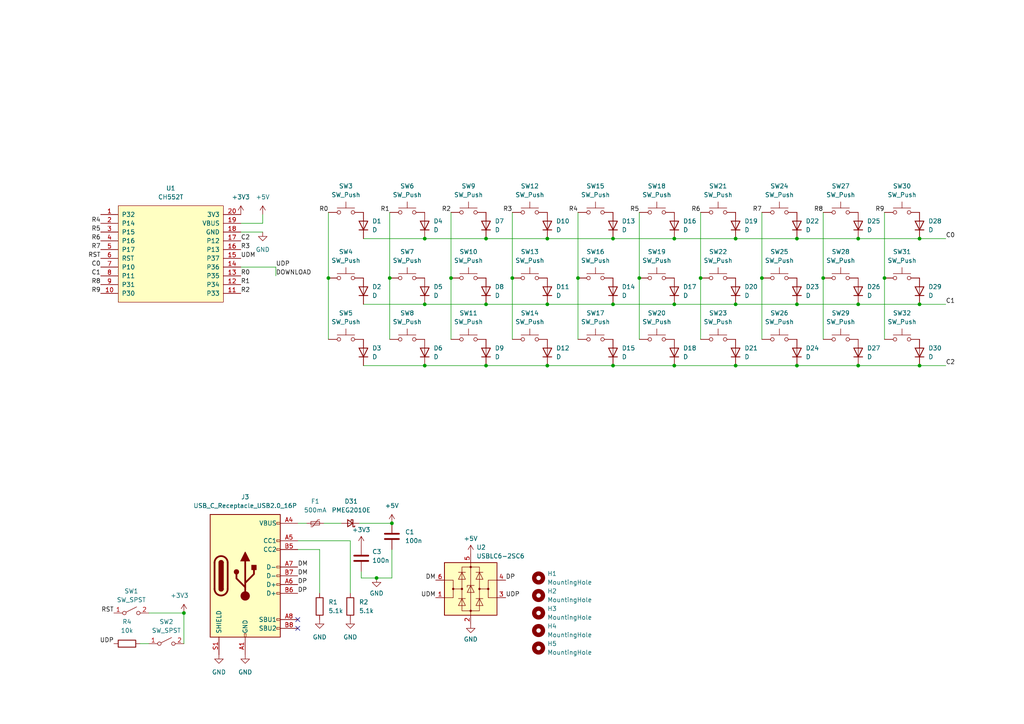
<source format=kicad_sch>
(kicad_sch (version 20230121) (generator eeschema)
  (paper "A4")
  (lib_symbols
    (symbol "CH552:CH552T" (pin_names (offset 1.016))
      (property "Reference" "U" (at -12.7 27.94 0))
      (property "Value" "CH552T" (at 0 12.7 90))
      (symbol "CH552T_0_1"
        (rectangle (start -15.24 25.4) (end 15.24 -2.54) (fill (type background)))
      )
      (symbol "CH552T_1_1"
        (pin bidirectional line (at -20.32 22.86 0) (length 5.08) (name "P32") (number "1"))
        (pin bidirectional line (at -20.32 0 0) (length 5.08) (name "P30") (number "10"))
        (pin bidirectional line (at 20.32 0 180) (length 5.08) (name "P33") (number "11"))
        (pin bidirectional line (at 20.32 2.54 180) (length 5.08) (name "P34") (number "12"))
        (pin bidirectional line (at 20.32 5.08 180) (length 5.08) (name "P35") (number "13"))
        (pin bidirectional line (at 20.32 7.62 180) (length 5.08) (name "P36") (number "14"))
        (pin bidirectional line (at 20.32 10.16 180) (length 5.08) (name "P37") (number "15"))
        (pin bidirectional line (at 20.32 12.7 180) (length 5.08) (name "P13") (number "16"))
        (pin bidirectional line (at 20.32 15.24 180) (length 5.08) (name "P12") (number "17"))
        (pin power_out line (at 20.32 17.78 180) (length 5.08) (name "GND") (number "18"))
        (pin power_out line (at 20.32 20.32 180) (length 5.08) (name "VBUS") (number "19"))
        (pin bidirectional line (at -20.32 20.32 0) (length 5.08) (name "P14") (number "2"))
        (pin power_out line (at 20.32 22.86 180) (length 5.08) (name "3V3") (number "20"))
        (pin bidirectional line (at -20.32 17.78 0) (length 5.08) (name "P15") (number "3"))
        (pin bidirectional line (at -20.32 15.24 0) (length 5.08) (name "P16") (number "4"))
        (pin bidirectional line (at -20.32 12.7 0) (length 5.08) (name "P17") (number "5"))
        (pin bidirectional line (at -20.32 10.16 0) (length 5.08) (name "RST") (number "6"))
        (pin bidirectional line (at -20.32 7.62 0) (length 5.08) (name "P10") (number "7"))
        (pin bidirectional line (at -20.32 5.08 0) (length 5.08) (name "P11") (number "8"))
        (pin bidirectional line (at -20.32 2.54 0) (length 5.08) (name "P31") (number "9"))
      )
    )
    (symbol "Connector:USB_C_Receptacle_USB2.0_16P" (pin_names (offset 1.016))
      (property "Reference" "J" (at 0 22.225 0))
      (property "Value" "USB_C_Receptacle_USB2.0_16P" (at 0 19.685 0))
      (symbol "USB_C_Receptacle_USB2.0_16P_0_0"
        (rectangle (start -0.254 -17.78) (end 0.254 -16.764))
        (rectangle (start 10.16 -14.986) (end 9.144 -15.494))
        (rectangle (start 10.16 -12.446) (end 9.144 -12.954))
        (rectangle (start 10.16 -4.826) (end 9.144 -5.334))
        (rectangle (start 10.16 -2.286) (end 9.144 -2.794))
        (rectangle (start 10.16 0.254) (end 9.144 -0.254))
        (rectangle (start 10.16 2.794) (end 9.144 2.286))
        (rectangle (start 10.16 7.874) (end 9.144 7.366))
        (rectangle (start 10.16 10.414) (end 9.144 9.906))
        (rectangle (start 10.16 15.494) (end 9.144 14.986))
      )
      (symbol "USB_C_Receptacle_USB2.0_16P_0_1"
        (rectangle (start -10.16 17.78) (end 10.16 -17.78) (stroke (width 0.254)) (fill (type background)))
        (arc (start -8.89 -3.81) (mid -6.985 -5.7067) (end -5.08 -3.81) (stroke (width 0.508)))
        (arc (start -7.62 -3.81) (mid -6.985 -4.4423) (end -6.35 -3.81) (stroke (width 0.254)))
        (arc (start -7.62 -3.81) (mid -6.985 -4.4423) (end -6.35 -3.81) (stroke (width 0.254)) (fill (type outline)))
        (rectangle (start -7.62 -3.81) (end -6.35 3.81) (stroke (width 0.254)) (fill (type outline)))
        (arc (start -6.35 3.81) (mid -6.985 4.4423) (end -7.62 3.81) (stroke (width 0.254)))
        (arc (start -6.35 3.81) (mid -6.985 4.4423) (end -7.62 3.81) (stroke (width 0.254)) (fill (type outline)))
        (arc (start -5.08 3.81) (mid -6.985 5.7067) (end -8.89 3.81) (stroke (width 0.508)))
        (circle (center -2.54 1.143) (radius 0.635) (stroke (width 0.254)) (fill (type outline)))
        (circle (center 0 -5.842) (radius 1.27) (fill (type outline)))
        (polyline (pts (xy -8.89 -3.81) (xy -8.89 3.81)) (stroke (width 0.508)))
        (polyline (pts (xy -5.08 3.81) (xy -5.08 -3.81)) (stroke (width 0.508)))
        (polyline (pts (xy 0 -5.842) (xy 0 4.318)) (stroke (width 0.508)))
        (polyline (pts (xy 0 -3.302) (xy -2.54 -0.762) (xy -2.54 0.508)) (stroke (width 0.508)))
        (polyline (pts (xy 0 -2.032) (xy 2.54 0.508) (xy 2.54 1.778)) (stroke (width 0.508)))
        (polyline (pts (xy -1.27 4.318) (xy 0 6.858) (xy 1.27 4.318) (xy -1.27 4.318)) (stroke (width 0.254)) (fill (type outline)))
        (rectangle (start 1.905 1.778) (end 3.175 3.048) (stroke (width 0.254)) (fill (type outline)))
      )
      (symbol "USB_C_Receptacle_USB2.0_16P_1_1"
        (pin passive line (at 0 -22.86 90) (length 5.08) (name "GND") (number "A1"))
        (pin passive line (at 0 -22.86 90) (length 5.08) hide (name "GND") (number "A12"))
        (pin passive line (at 15.24 15.24 180) (length 5.08) (name "VBUS") (number "A4"))
        (pin bidirectional line (at 15.24 10.16 180) (length 5.08) (name "CC1") (number "A5"))
        (pin bidirectional line (at 15.24 -2.54 180) (length 5.08) (name "D+") (number "A6"))
        (pin bidirectional line (at 15.24 2.54 180) (length 5.08) (name "D-") (number "A7"))
        (pin bidirectional line (at 15.24 -12.7 180) (length 5.08) (name "SBU1") (number "A8"))
        (pin passive line (at 15.24 15.24 180) (length 5.08) hide (name "VBUS") (number "A9"))
        (pin passive line (at 0 -22.86 90) (length 5.08) hide (name "GND") (number "B1"))
        (pin passive line (at 0 -22.86 90) (length 5.08) hide (name "GND") (number "B12"))
        (pin passive line (at 15.24 15.24 180) (length 5.08) hide (name "VBUS") (number "B4"))
        (pin bidirectional line (at 15.24 7.62 180) (length 5.08) (name "CC2") (number "B5"))
        (pin bidirectional line (at 15.24 -5.08 180) (length 5.08) (name "D+") (number "B6"))
        (pin bidirectional line (at 15.24 0 180) (length 5.08) (name "D-") (number "B7"))
        (pin bidirectional line (at 15.24 -15.24 180) (length 5.08) (name "SBU2") (number "B8"))
        (pin passive line (at 15.24 15.24 180) (length 5.08) hide (name "VBUS") (number "B9"))
        (pin passive line (at -7.62 -22.86 90) (length 5.08) (name "SHIELD") (number "S1"))
      )
    )
    (symbol "Device:C" (pin_numbers hide) (pin_names (offset 0.254))
      (property "Reference" "C" (at 0.635 2.54 0))
      (property "Value" "C" (at 0.635 -2.54 0))
      (symbol "C_0_1"
        (polyline (pts (xy -2.032 -0.762) (xy 2.032 -0.762)) (stroke (width 0.508)))
        (polyline (pts (xy -2.032 0.762) (xy 2.032 0.762)) (stroke (width 0.508)))
      )
      (symbol "C_1_1"
        (pin passive line (at 0 3.81 270) (length 2.794) (name "~") (number "1"))
        (pin passive line (at 0 -3.81 90) (length 2.794) (name "~") (number "2"))
      )
    )
    (symbol "Device:D" (pin_numbers hide) (pin_names (offset 1.016) hide)
      (property "Reference" "D" (at 0 2.54 0))
      (property "Value" "D" (at 0 -2.54 0))
      (symbol "D_0_1"
        (polyline (pts (xy -1.27 1.27) (xy -1.27 -1.27)) (stroke (width 0.254)))
        (polyline (pts (xy 1.27 0) (xy -1.27 0)))
        (polyline (pts (xy 1.27 1.27) (xy 1.27 -1.27) (xy -1.27 0) (xy 1.27 1.27)) (stroke (width 0.254)))
      )
      (symbol "D_1_1"
        (pin passive line (at -3.81 0 0) (length 2.54) (name "K") (number "1"))
        (pin passive line (at 3.81 0 180) (length 2.54) (name "A") (number "2"))
      )
    )
    (symbol "Device:D_Schottky_Small" (pin_numbers hide) (pin_names (offset 0.254) hide)
      (property "Reference" "D" (at -1.27 2.032 0))
      (property "Value" "D_Schottky_Small" (at -7.112 -2.032 0))
      (symbol "D_Schottky_Small_0_1"
        (polyline (pts (xy -0.762 0) (xy 0.762 0)))
        (polyline (pts (xy 0.762 -1.016) (xy -0.762 0) (xy 0.762 1.016) (xy 0.762 -1.016)) (stroke (width 0.254)))
        (polyline (pts (xy -1.27 0.762) (xy -1.27 1.016) (xy -0.762 1.016) (xy -0.762 -1.016) (xy -0.254 -1.016) (xy -0.254 -0.762)) (stroke (width 0.254)))
      )
      (symbol "D_Schottky_Small_1_1"
        (pin passive line (at -2.54 0 0) (length 1.778) (name "K") (number "1"))
        (pin passive line (at 2.54 0 180) (length 1.778) (name "A") (number "2"))
      )
    )
    (symbol "Device:Polyfuse_Small" (pin_numbers hide) (pin_names (offset 0))
      (property "Reference" "F" (at -1.905 0 90))
      (property "Value" "Polyfuse_Small" (at 1.905 0 90))
      (symbol "Polyfuse_Small_0_1"
        (rectangle (start -0.508 1.27) (end 0.508 -1.27))
        (polyline (pts (xy 0 2.54) (xy 0 -2.54)))
        (polyline (pts (xy -1.016 1.27) (xy -1.016 0.762) (xy 1.016 -0.762) (xy 1.016 -1.27)))
      )
      (symbol "Polyfuse_Small_1_1"
        (pin passive line (at 0 2.54 270) (length 0.635) (name "~") (number "1"))
        (pin passive line (at 0 -2.54 90) (length 0.635) (name "~") (number "2"))
      )
    )
    (symbol "Device:R" (pin_numbers hide) (pin_names (offset 0))
      (property "Reference" "R" (at 2.032 0 90))
      (property "Value" "R" (at 0 0 90))
      (symbol "R_0_1"
        (rectangle (start -1.016 -2.54) (end 1.016 2.54) (stroke (width 0.254)))
      )
      (symbol "R_1_1"
        (pin passive line (at 0 3.81 270) (length 1.27) (name "~") (number "1"))
        (pin passive line (at 0 -3.81 90) (length 1.27) (name "~") (number "2"))
      )
    )
    (symbol "Mechanical:MountingHole" (pin_names (offset 1.016))
      (property "Reference" "H" (at 0 5.08 0))
      (property "Value" "MountingHole" (at 0 3.175 0))
      (symbol "MountingHole_0_1"
        (circle (center 0 0) (radius 1.27) (stroke (width 1.27)))
      )
    )
    (symbol "Power_Protection:USBLC6-2SC6" (pin_names hide)
      (property "Reference" "U" (at 2.54 8.89 0))
      (property "Value" "USBLC6-2SC6" (at 2.54 -8.89 0))
      (symbol "USBLC6-2SC6_0_1"
        (rectangle (start -7.62 -7.62) (end 7.62 7.62) (stroke (width 0.254)) (fill (type background)))
        (circle (center -5.08 0) (radius 0.254) (fill (type outline)))
        (circle (center -2.54 0) (radius 0.254) (fill (type outline)))
        (rectangle (start -2.54 6.35) (end 2.54 -6.35))
        (circle (center 0 -6.35) (radius 0.254) (fill (type outline)))
        (polyline (pts (xy -5.08 -2.54) (xy -7.62 -2.54)))
        (polyline (pts (xy -5.08 0) (xy -5.08 -2.54)))
        (polyline (pts (xy -5.08 2.54) (xy -7.62 2.54)))
        (polyline (pts (xy -1.524 -2.794) (xy -3.556 -2.794)))
        (polyline (pts (xy -1.524 4.826) (xy -3.556 4.826)))
        (polyline (pts (xy 0 -7.62) (xy 0 -6.35)))
        (polyline (pts (xy 0 -6.35) (xy 0 1.27)))
        (polyline (pts (xy 0 1.27) (xy 0 6.35)))
        (polyline (pts (xy 0 6.35) (xy 0 7.62)))
        (polyline (pts (xy 1.524 -2.794) (xy 3.556 -2.794)))
        (polyline (pts (xy 1.524 4.826) (xy 3.556 4.826)))
        (polyline (pts (xy 5.08 -2.54) (xy 7.62 -2.54)))
        (polyline (pts (xy 5.08 0) (xy 5.08 -2.54)))
        (polyline (pts (xy 5.08 2.54) (xy 7.62 2.54)))
        (polyline (pts (xy -2.54 0) (xy -5.08 0) (xy -5.08 2.54)))
        (polyline (pts (xy 2.54 0) (xy 5.08 0) (xy 5.08 2.54)))
        (polyline (pts (xy -3.556 -4.826) (xy -1.524 -4.826) (xy -2.54 -2.794) (xy -3.556 -4.826)))
        (polyline (pts (xy -3.556 2.794) (xy -1.524 2.794) (xy -2.54 4.826) (xy -3.556 2.794)))
        (polyline (pts (xy -1.016 -1.016) (xy 1.016 -1.016) (xy 0 1.016) (xy -1.016 -1.016)))
        (polyline (pts (xy 1.016 1.016) (xy 0.762 1.016) (xy -1.016 1.016) (xy -1.016 0.508)))
        (polyline (pts (xy 3.556 -4.826) (xy 1.524 -4.826) (xy 2.54 -2.794) (xy 3.556 -4.826)))
        (polyline (pts (xy 3.556 2.794) (xy 1.524 2.794) (xy 2.54 4.826) (xy 3.556 2.794)))
        (circle (center 0 6.35) (radius 0.254) (fill (type outline)))
        (circle (center 2.54 0) (radius 0.254) (fill (type outline)))
        (circle (center 5.08 0) (radius 0.254) (fill (type outline)))
      )
      (symbol "USBLC6-2SC6_1_1"
        (pin passive line (at -10.16 -2.54 0) (length 2.54) (name "I/O1") (number "1"))
        (pin passive line (at 0 -10.16 90) (length 2.54) (name "GND") (number "2"))
        (pin passive line (at 10.16 -2.54 180) (length 2.54) (name "I/O2") (number "3"))
        (pin passive line (at 10.16 2.54 180) (length 2.54) (name "I/O2") (number "4"))
        (pin passive line (at 0 10.16 270) (length 2.54) (name "VBUS") (number "5"))
        (pin passive line (at -10.16 2.54 0) (length 2.54) (name "I/O1") (number "6"))
      )
    )
    (symbol "Switch:SW_Push" (pin_numbers hide) (pin_names (offset 1.016) hide)
      (property "Reference" "SW" (at 1.27 2.54 0))
      (property "Value" "SW_Push" (at 0 -1.524 0))
      (symbol "SW_Push_0_1"
        (circle (center -2.032 0) (radius 0.508))
        (polyline (pts (xy 0 1.27) (xy 0 3.048)))
        (polyline (pts (xy 2.54 1.27) (xy -2.54 1.27)))
        (circle (center 2.032 0) (radius 0.508))
        (pin passive line (at -5.08 0 0) (length 2.54) (name "1") (number "1"))
        (pin passive line (at 5.08 0 180) (length 2.54) (name "2") (number "2"))
      )
    )
    (symbol "Switch:SW_SPST" (pin_names (offset 0) hide)
      (property "Reference" "SW" (at 0 3.175 0))
      (property "Value" "SW_SPST" (at 0 -2.54 0))
      (symbol "SW_SPST_0_0"
        (circle (center -2.032 0) (radius 0.508))
        (polyline (pts (xy -1.524 0.254) (xy 1.524 1.778)))
        (circle (center 2.032 0) (radius 0.508))
      )
      (symbol "SW_SPST_1_1"
        (pin passive line (at -5.08 0 0) (length 2.54) (name "A") (number "1"))
        (pin passive line (at 5.08 0 180) (length 2.54) (name "B") (number "2"))
      )
    )
    (symbol "power:+3V3" (power) (pin_names (offset 0))
      (property "Value" "+3V3" (at 0 3.556 0))
      (symbol "+3V3_0_1"
        (polyline (pts (xy -0.762 1.27) (xy 0 2.54)))
        (polyline (pts (xy 0 0) (xy 0 2.54)))
        (polyline (pts (xy 0 2.54) (xy 0.762 1.27)))
      )
      (symbol "+3V3_1_1"
        (pin power_in line (at 0 0 90) (length 0) hide (name "+3V3") (number "1"))
      )
    )
    (symbol "power:+5V" (power) (pin_names (offset 0))
      (property "Value" "+5V" (at 0 3.556 0))
      (symbol "+5V_0_1"
        (polyline (pts (xy -0.762 1.27) (xy 0 2.54)))
        (polyline (pts (xy 0 0) (xy 0 2.54)))
        (polyline (pts (xy 0 2.54) (xy 0.762 1.27)))
      )
      (symbol "+5V_1_1"
        (pin power_in line (at 0 0 90) (length 0) hide (name "+5V") (number "1"))
      )
    )
    (symbol "power:GND" (power) (pin_names (offset 0))
      (property "Value" "GND" (at 0 -3.81 0))
      (symbol "GND_0_1"
        (polyline (pts (xy 0 0) (xy 0 -1.27) (xy 1.27 -1.27) (xy 0 -2.54) (xy -1.27 -1.27) (xy 0 -1.27)))
      )
      (symbol "GND_1_1"
        (pin power_in line (at 0 0 270) (length 0) hide (name "GND") (number "1"))
      )
    )
  )
  (junction (at 220.98 80.645))
  (junction (at 113.665 151.765))
  (junction (at 231.14 106.045))
  (junction (at 123.19 69.215))
  (junction (at 195.58 69.215))
  (junction (at 256.54 80.645))
  (junction (at 109.22 167.64))
  (junction (at 140.97 69.215))
  (junction (at 203.2 80.645))
  (junction (at 238.76 80.645))
  (junction (at 158.75 88.265))
  (junction (at 53.34 177.8))
  (junction (at 266.7 88.265))
  (junction (at 177.8 69.215))
  (junction (at 140.97 88.265))
  (junction (at 195.58 106.045))
  (junction (at 266.7 106.045))
  (junction (at 158.75 106.045))
  (junction (at 266.7 69.215))
  (junction (at 231.14 88.265))
  (junction (at 158.75 69.215))
  (junction (at 130.81 80.645))
  (junction (at 231.14 69.215))
  (junction (at 248.92 69.215))
  (junction (at 213.36 88.265))
  (junction (at 213.36 69.215))
  (junction (at 177.8 88.265))
  (junction (at 195.58 88.265))
  (junction (at 248.92 88.265))
  (junction (at 113.03 80.645))
  (junction (at 148.59 80.645))
  (junction (at 248.92 106.045))
  (junction (at 123.19 88.265))
  (junction (at 123.19 106.045))
  (junction (at 95.25 80.645))
  (junction (at 167.64 80.645))
  (junction (at 177.8 106.045))
  (junction (at 213.36 106.045))
  (junction (at 185.42 80.645))
  (junction (at 140.97 106.045))
  (no_connect (at 86.36 182.245))
  (no_connect (at 86.36 179.705))
  (wire (pts (xy 113.03 80.645) (xy 113.03 98.425)))
  (wire (pts (xy 113.03 61.595) (xy 113.03 80.645)))
  (wire (pts (xy 213.36 88.265) (xy 231.14 88.265)))
  (wire (pts (xy 105.41 106.045) (xy 123.19 106.045)))
  (wire (pts (xy 177.8 69.215) (xy 195.58 69.215)))
  (wire (pts (xy 158.75 106.045) (xy 177.8 106.045)))
  (wire (pts (xy 167.64 80.645) (xy 167.64 98.425)))
  (wire (pts (xy 266.7 106.045) (xy 274.32 106.045)))
  (wire (pts (xy 140.97 106.045) (xy 158.75 106.045)))
  (wire (pts (xy 213.36 69.215) (xy 231.14 69.215)))
  (wire (pts (xy 53.34 186.69) (xy 53.34 177.8)))
  (wire (pts (xy 104.775 167.64) (xy 104.775 165.735)))
  (wire (pts (xy 195.58 69.215) (xy 213.36 69.215)))
  (wire (pts (xy 158.75 69.215) (xy 177.8 69.215)))
  (wire (pts (xy 130.81 61.595) (xy 130.81 80.645)))
  (wire (pts (xy 248.92 69.215) (xy 266.7 69.215)))
  (wire (pts (xy 256.54 61.595) (xy 256.54 80.645)))
  (wire (pts (xy 220.98 80.645) (xy 220.98 98.425)))
  (wire (pts (xy 231.14 88.265) (xy 248.92 88.265)))
  (wire (pts (xy 105.41 69.215) (xy 123.19 69.215)))
  (wire (pts (xy 238.76 80.645) (xy 238.76 98.425)))
  (wire (pts (xy 140.97 69.215) (xy 158.75 69.215)))
  (wire (pts (xy 101.6 156.845) (xy 101.6 172.085)))
  (wire (pts (xy 76.2 64.77) (xy 69.85 64.77)))
  (wire (pts (xy 177.8 106.045) (xy 195.58 106.045)))
  (wire (pts (xy 95.25 61.595) (xy 95.25 80.645)))
  (wire (pts (xy 123.19 106.045) (xy 140.97 106.045)))
  (wire (pts (xy 109.22 167.64) (xy 113.665 167.64)))
  (wire (pts (xy 140.97 88.265) (xy 158.75 88.265)))
  (wire (pts (xy 248.92 88.265) (xy 266.7 88.265)))
  (wire (pts (xy 130.81 80.645) (xy 130.81 98.425)))
  (wire (pts (xy 86.36 159.385) (xy 92.71 159.385)))
  (wire (pts (xy 195.58 106.045) (xy 213.36 106.045)))
  (wire (pts (xy 92.71 159.385) (xy 92.71 172.085)))
  (wire (pts (xy 231.14 69.215) (xy 248.92 69.215)))
  (wire (pts (xy 93.98 151.765) (xy 99.06 151.765)))
  (wire (pts (xy 248.92 106.045) (xy 266.7 106.045)))
  (wire (pts (xy 53.34 177.8) (xy 43.18 177.8)))
  (wire (pts (xy 213.36 106.045) (xy 231.14 106.045)))
  (wire (pts (xy 86.36 151.765) (xy 88.9 151.765)))
  (wire (pts (xy 69.85 77.47) (xy 80.01 77.47)))
  (wire (pts (xy 148.59 80.645) (xy 148.59 98.425)))
  (wire (pts (xy 158.75 88.265) (xy 177.8 88.265)))
  (wire (pts (xy 76.2 62.23) (xy 76.2 64.77)))
  (wire (pts (xy 203.2 80.645) (xy 203.2 98.425)))
  (wire (pts (xy 266.7 88.265) (xy 274.32 88.265)))
  (wire (pts (xy 167.64 61.595) (xy 167.64 80.645)))
  (wire (pts (xy 238.76 61.595) (xy 238.76 80.645)))
  (wire (pts (xy 177.8 88.265) (xy 195.58 88.265)))
  (wire (pts (xy 104.14 151.765) (xy 113.665 151.765)))
  (wire (pts (xy 266.7 69.215) (xy 274.32 69.215)))
  (wire (pts (xy 80.01 77.47) (xy 80.01 80.01)))
  (wire (pts (xy 185.42 80.645) (xy 185.42 98.425)))
  (wire (pts (xy 95.25 80.645) (xy 95.25 98.425)))
  (wire (pts (xy 195.58 88.265) (xy 213.36 88.265)))
  (wire (pts (xy 69.85 67.31) (xy 76.2 67.31)))
  (wire (pts (xy 86.36 156.845) (xy 101.6 156.845)))
  (wire (pts (xy 203.2 61.595) (xy 203.2 80.645)))
  (wire (pts (xy 40.64 186.69) (xy 43.18 186.69)))
  (wire (pts (xy 220.98 61.595) (xy 220.98 80.645)))
  (wire (pts (xy 185.42 61.595) (xy 185.42 80.645)))
  (wire (pts (xy 105.41 88.265) (xy 123.19 88.265)))
  (wire (pts (xy 123.19 69.215) (xy 140.97 69.215)))
  (wire (pts (xy 123.19 88.265) (xy 140.97 88.265)))
  (wire (pts (xy 256.54 80.645) (xy 256.54 98.425)))
  (wire (pts (xy 113.665 159.385) (xy 113.665 167.64)))
  (wire (pts (xy 109.22 167.64) (xy 104.775 167.64)))
  (wire (pts (xy 231.14 106.045) (xy 248.92 106.045)))
  (wire (pts (xy 148.59 61.595) (xy 148.59 80.645)))
  (label "R0" (at 95.25 61.595 180))
  (label "R1" (at 113.03 61.595 180))
  (label "R7" (at 29.21 72.39 180))
  (label "R2" (at 130.81 61.595 180))
  (label "UDM" (at 69.85 74.93 0))
  (label "R4" (at 29.21 64.77 180))
  (label "DOWNLOAD" (at 80.01 80.01 0))
  (label "DM" (at 126.365 168.275 180))
  (label "R3" (at 69.85 72.39 0))
  (label "DP" (at 86.36 169.545 0))
  (label "C2" (at 274.32 106.045 0))
  (label "R2" (at 69.85 85.09 0))
  (label "C1" (at 29.21 80.01 180))
  (label "DM" (at 86.36 164.465 0))
  (label "R4" (at 167.64 61.595 180))
  (label "DM" (at 86.36 167.005 0))
  (label "DP" (at 86.36 172.085 0))
  (label "C2" (at 69.85 69.85 0))
  (label "R6" (at 203.2 61.595 180))
  (label "R8" (at 238.76 61.595 180))
  (label "R7" (at 220.98 61.595 180))
  (label "RST" (at 29.21 74.93 180))
  (label "R6" (at 29.21 69.85 180))
  (label "UDP" (at 33.02 186.69 180))
  (label "UDP" (at 80.01 77.47 0))
  (label "C0" (at 274.32 69.215 0))
  (label "R5" (at 185.42 61.595 180))
  (label "R8" (at 29.21 82.55 180))
  (label "R9" (at 29.21 85.09 180))
  (label "C1" (at 274.32 88.265 0))
  (label "R3" (at 148.59 61.595 180))
  (label "RST" (at 33.02 177.8 180))
  (label "UDM" (at 126.365 173.355 180))
  (label "C0" (at 29.21 77.47 180))
  (label "R0" (at 69.85 80.01 0))
  (label "DP" (at 146.685 168.275 0))
  (label "R1" (at 69.85 82.55 0))
  (label "R9" (at 256.54 61.595 180))
  (label "R5" (at 29.21 67.31 180))
  (label "UDP" (at 146.685 173.355 0))
  (symbol (lib_id "Connector:USB_C_Receptacle_USB2.0_16P") (at 71.12 167.005 0) (unit 1)
    (property "Reference" "J3" (at 71.12 144.145 0))
    (property "Value" "USB_C_Receptacle_USB2.0_16P" (at 71.12 146.685 0))
    (property "Footprint" "Connector_USB:USB_C_Receptacle_HRO_TYPE-C-31-M-12" (effects hide))
    (property "Datasheet" "https://www.usb.org/sites/default/files/documents/usb_type-c.zip" (effects hide))
  )
  (symbol (lib_id "power:+3V3") (at 69.85 62.23 0) (unit 1)
    (property "Reference" "#PWR011" (effects hide))
    (property "Value" "+3V3" (at 69.85 57.15 0))
  )
  (symbol (lib_id "Device:D") (at 158.75 102.235 90) (unit 1)
    (property "Reference" "D12" (at 161.29 100.965 90) (effects (justify right)))
    (property "Value" "D" (at 161.29 103.505 90) (effects (justify right)))
    (property "Footprint" "Diode_SMD:D_0805_2012Metric_Pad1.15x1.40mm_HandSolder" (effects hide))
    (property "Sim.Device" "D" (effects hide))
    (property "Sim.Pins" "1=K 2=A" (effects hide))
  )
  (symbol (lib_id "Switch:SW_Push") (at 226.06 98.425 0) (unit 1)
    (property "Reference" "SW26" (at 226.06 90.805 0))
    (property "Value" "SW_Push" (at 226.06 93.345 0))
    (property "Footprint" "PCM_Switch_Keyboard_Cherry_MX:SW_Cherry_MX_PCB_1.00u" (effects hide))
  )
  (symbol (lib_id "power:+5V") (at 136.525 160.655 0) (unit 1)
    (property "Reference" "#PWR016" (effects hide))
    (property "Value" "+5V" (at 136.525 156.21 0))
  )
  (symbol (lib_id "Device:D") (at 248.92 102.235 90) (unit 1)
    (property "Reference" "D27" (at 251.46 100.965 90) (effects (justify right)))
    (property "Value" "D" (at 251.46 103.505 90) (effects (justify right)))
    (property "Footprint" "Diode_SMD:D_0805_2012Metric_Pad1.15x1.40mm_HandSolder" (effects hide))
    (property "Sim.Device" "D" (effects hide))
    (property "Sim.Pins" "1=K 2=A" (effects hide))
  )
  (symbol (lib_id "Mechanical:MountingHole") (at 156.21 172.72 0) (unit 1)
    (property "Reference" "H2" (at 158.75 171.45 0) (effects (justify left)))
    (property "Value" "MountingHole" (at 158.75 173.99 0) (effects (justify left)))
    (property "Footprint" "MountingHole:MountingHole_2.2mm_M2_ISO7380" (effects hide))
  )
  (symbol (lib_id "Device:D") (at 105.41 102.235 90) (unit 1)
    (property "Reference" "D3" (at 107.95 100.965 90) (effects (justify right)))
    (property "Value" "D" (at 107.95 103.505 90) (effects (justify right)))
    (property "Footprint" "Diode_SMD:D_0805_2012Metric_Pad1.15x1.40mm_HandSolder" (effects hide))
    (property "Sim.Device" "D" (effects hide))
    (property "Sim.Pins" "1=K 2=A" (effects hide))
  )
  (symbol (lib_id "Device:D") (at 195.58 65.405 90) (unit 1)
    (property "Reference" "D16" (at 198.12 64.135 90) (effects (justify right)))
    (property "Value" "D" (at 198.12 66.675 90) (effects (justify right)))
    (property "Footprint" "Diode_SMD:D_0805_2012Metric_Pad1.15x1.40mm_HandSolder" (effects hide))
    (property "Sim.Device" "D" (effects hide))
    (property "Sim.Pins" "1=K 2=A" (effects hide))
  )
  (symbol (lib_id "Device:D") (at 123.19 102.235 90) (unit 1)
    (property "Reference" "D6" (at 125.73 100.965 90) (effects (justify right)))
    (property "Value" "D" (at 125.73 103.505 90) (effects (justify right)))
    (property "Footprint" "Diode_SMD:D_0805_2012Metric_Pad1.15x1.40mm_HandSolder" (effects hide))
    (property "Sim.Device" "D" (effects hide))
    (property "Sim.Pins" "1=K 2=A" (effects hide))
  )
  (symbol (lib_id "power:GND") (at 71.12 189.865 0) (unit 1)
    (property "Reference" "#PWR04" (effects hide))
    (property "Value" "GND" (at 71.12 194.945 0))
  )
  (symbol (lib_id "Device:D") (at 231.14 84.455 90) (unit 1)
    (property "Reference" "D23" (at 233.68 83.185 90) (effects (justify right)))
    (property "Value" "D" (at 233.68 85.725 90) (effects (justify right)))
    (property "Footprint" "Diode_SMD:D_0805_2012Metric_Pad1.15x1.40mm_HandSolder" (effects hide))
    (property "Sim.Device" "D" (effects hide))
    (property "Sim.Pins" "1=K 2=A" (effects hide))
  )
  (symbol (lib_id "Switch:SW_Push") (at 261.62 80.645 0) (unit 1)
    (property "Reference" "SW31" (at 261.62 73.025 0))
    (property "Value" "SW_Push" (at 261.62 75.565 0))
    (property "Footprint" "PCM_Switch_Keyboard_Cherry_MX:SW_Cherry_MX_PCB_1.00u" (effects hide))
  )
  (symbol (lib_id "Device:D") (at 266.7 84.455 90) (unit 1)
    (property "Reference" "D29" (at 269.24 83.185 90) (effects (justify right)))
    (property "Value" "D" (at 269.24 85.725 90) (effects (justify right)))
    (property "Footprint" "Diode_SMD:D_0805_2012Metric_Pad1.15x1.40mm_HandSolder" (effects hide))
    (property "Sim.Device" "D" (effects hide))
    (property "Sim.Pins" "1=K 2=A" (effects hide))
  )
  (symbol (lib_id "Power_Protection:USBLC6-2SC6") (at 136.525 170.815 0) (unit 1)
    (property "Reference" "U2" (at 138.1761 158.75 0) (effects (justify left)))
    (property "Value" "USBLC6-2SC6" (at 138.1761 161.29 0) (effects (justify left)))
    (property "Footprint" "Package_TO_SOT_SMD:SOT-23-6" (effects hide))
    (property "Datasheet" "https://www.st.com/resource/en/datasheet/usblc6-2.pdf" (effects hide))
  )
  (symbol (lib_id "Switch:SW_Push") (at 135.89 80.645 0) (unit 1)
    (property "Reference" "SW10" (at 135.89 73.025 0))
    (property "Value" "SW_Push" (at 135.89 75.565 0))
    (property "Footprint" "PCM_Switch_Keyboard_Cherry_MX:SW_Cherry_MX_PCB_1.00u" (effects hide))
  )
  (symbol (lib_id "Switch:SW_Push") (at 153.67 61.595 0) (unit 1)
    (property "Reference" "SW12" (at 153.67 53.975 0))
    (property "Value" "SW_Push" (at 153.67 56.515 0))
    (property "Footprint" "PCM_Switch_Keyboard_Cherry_MX:SW_Cherry_MX_PCB_1.00u" (effects hide))
  )
  (symbol (lib_id "Device:D") (at 158.75 84.455 90) (unit 1)
    (property "Reference" "D11" (at 161.29 83.185 90) (effects (justify right)))
    (property "Value" "D" (at 161.29 85.725 90) (effects (justify right)))
    (property "Footprint" "Diode_SMD:D_0805_2012Metric_Pad1.15x1.40mm_HandSolder" (effects hide))
    (property "Sim.Device" "D" (effects hide))
    (property "Sim.Pins" "1=K 2=A" (effects hide))
  )
  (symbol (lib_id "Device:R") (at 36.83 186.69 90) (unit 1)
    (property "Reference" "R4" (at 36.83 180.34 90))
    (property "Value" "10k" (at 36.83 182.88 90))
    (property "Footprint" "Resistor_SMD:R_0805_2012Metric_Pad1.20x1.40mm_HandSolder" (effects hide))
  )
  (symbol (lib_id "Switch:SW_Push") (at 153.67 98.425 0) (unit 1)
    (property "Reference" "SW14" (at 153.67 90.805 0))
    (property "Value" "SW_Push" (at 153.67 93.345 0))
    (property "Footprint" "PCM_Switch_Keyboard_Cherry_MX:SW_Cherry_MX_PCB_1.00u" (effects hide))
  )
  (symbol (lib_id "Switch:SW_Push") (at 100.33 98.425 0) (unit 1)
    (property "Reference" "SW5" (at 100.33 90.805 0))
    (property "Value" "SW_Push" (at 100.33 93.345 0))
    (property "Footprint" "PCM_Switch_Keyboard_Cherry_MX:SW_Cherry_MX_PCB_1.00u" (effects hide))
  )
  (symbol (lib_id "Switch:SW_Push") (at 172.72 61.595 0) (unit 1)
    (property "Reference" "SW15" (at 172.72 53.975 0))
    (property "Value" "SW_Push" (at 172.72 56.515 0))
    (property "Footprint" "PCM_Switch_Keyboard_Cherry_MX:SW_Cherry_MX_PCB_1.00u" (effects hide))
  )
  (symbol (lib_id "Device:D") (at 248.92 84.455 90) (unit 1)
    (property "Reference" "D26" (at 251.46 83.185 90) (effects (justify right)))
    (property "Value" "D" (at 251.46 85.725 90) (effects (justify right)))
    (property "Footprint" "Diode_SMD:D_0805_2012Metric_Pad1.15x1.40mm_HandSolder" (effects hide))
    (property "Sim.Device" "D" (effects hide))
    (property "Sim.Pins" "1=K 2=A" (effects hide))
  )
  (symbol (lib_id "Switch:SW_Push") (at 190.5 61.595 0) (unit 1)
    (property "Reference" "SW18" (at 190.5 53.975 0))
    (property "Value" "SW_Push" (at 190.5 56.515 0))
    (property "Footprint" "PCM_Switch_Keyboard_Cherry_MX:SW_Cherry_MX_PCB_1.00u" (effects hide))
  )
  (symbol (lib_id "Switch:SW_Push") (at 100.33 61.595 0) (unit 1)
    (property "Reference" "SW3" (at 100.33 53.975 0))
    (property "Value" "SW_Push" (at 100.33 56.515 0))
    (property "Footprint" "PCM_Switch_Keyboard_Cherry_MX:SW_Cherry_MX_PCB_1.00u" (effects hide))
  )
  (symbol (lib_id "power:GND") (at 76.2 67.31 0) (unit 1)
    (property "Reference" "#PWR013" (effects hide))
    (property "Value" "GND" (at 76.2 72.39 0))
  )
  (symbol (lib_id "Mechanical:MountingHole") (at 156.21 167.64 0) (unit 1)
    (property "Reference" "H1" (at 158.75 166.37 0) (effects (justify left)))
    (property "Value" "MountingHole" (at 158.75 168.91 0) (effects (justify left)))
    (property "Footprint" "MountingHole:MountingHole_2.2mm_M2_ISO7380" (effects hide))
  )
  (symbol (lib_id "Switch:SW_Push") (at 226.06 61.595 0) (unit 1)
    (property "Reference" "SW24" (at 226.06 53.975 0))
    (property "Value" "SW_Push" (at 226.06 56.515 0))
    (property "Footprint" "PCM_Switch_Keyboard_Cherry_MX:SW_Cherry_MX_PCB_1.00u" (effects hide))
  )
  (symbol (lib_id "power:+5V") (at 76.2 62.23 0) (unit 1)
    (property "Reference" "#PWR012" (effects hide))
    (property "Value" "+5V" (at 76.2 57.15 0))
  )
  (symbol (lib_id "Device:C") (at 113.665 155.575 0) (unit 1)
    (property "Reference" "C1" (at 117.475 154.305 0) (effects (justify left)))
    (property "Value" "100n" (at 117.475 156.845 0) (effects (justify left)))
    (property "Footprint" "Diode_SMD:D_0805_2012Metric_Pad1.15x1.40mm_HandSolder" (effects hide))
  )
  (symbol (lib_id "Device:D") (at 158.75 65.405 90) (unit 1)
    (property "Reference" "D10" (at 161.29 64.135 90) (effects (justify right)))
    (property "Value" "D" (at 161.29 66.675 90) (effects (justify right)))
    (property "Footprint" "Diode_SMD:D_0805_2012Metric_Pad1.15x1.40mm_HandSolder" (effects hide))
    (property "Sim.Device" "D" (effects hide))
    (property "Sim.Pins" "1=K 2=A" (effects hide))
  )
  (symbol (lib_id "Device:D") (at 231.14 102.235 90) (unit 1)
    (property "Reference" "D24" (at 233.68 100.965 90) (effects (justify right)))
    (property "Value" "D" (at 233.68 103.505 90) (effects (justify right)))
    (property "Footprint" "Diode_SMD:D_0805_2012Metric_Pad1.15x1.40mm_HandSolder" (effects hide))
    (property "Sim.Device" "D" (effects hide))
    (property "Sim.Pins" "1=K 2=A" (effects hide))
  )
  (symbol (lib_id "Mechanical:MountingHole") (at 156.21 187.96 0) (unit 1)
    (property "Reference" "H5" (at 158.75 186.69 0) (effects (justify left)))
    (property "Value" "MountingHole" (at 158.75 189.23 0) (effects (justify left)))
    (property "Footprint" "MountingHole:MountingHole_2.2mm_M2_ISO7380" (effects hide))
  )
  (symbol (lib_id "Switch:SW_Push") (at 243.84 80.645 0) (unit 1)
    (property "Reference" "SW28" (at 243.84 73.025 0))
    (property "Value" "SW_Push" (at 243.84 75.565 0))
    (property "Footprint" "PCM_Switch_Keyboard_Cherry_MX:SW_Cherry_MX_PCB_1.00u" (effects hide))
  )
  (symbol (lib_id "Device:D") (at 123.19 65.405 90) (unit 1)
    (property "Reference" "D4" (at 125.73 64.135 90) (effects (justify right)))
    (property "Value" "D" (at 125.73 66.675 90) (effects (justify right)))
    (property "Footprint" "Diode_SMD:D_0805_2012Metric_Pad1.15x1.40mm_HandSolder" (effects hide))
    (property "Sim.Device" "D" (effects hide))
    (property "Sim.Pins" "1=K 2=A" (effects hide))
  )
  (symbol (lib_id "power:GND") (at 136.525 180.975 0) (unit 1)
    (property "Reference" "#PWR017" (effects hide))
    (property "Value" "GND" (at 136.525 185.42 0))
  )
  (symbol (lib_id "Device:D") (at 177.8 65.405 90) (unit 1)
    (property "Reference" "D13" (at 180.34 64.135 90) (effects (justify right)))
    (property "Value" "D" (at 180.34 66.675 90) (effects (justify right)))
    (property "Footprint" "Diode_SMD:D_0805_2012Metric_Pad1.15x1.40mm_HandSolder" (effects hide))
    (property "Sim.Device" "D" (effects hide))
    (property "Sim.Pins" "1=K 2=A" (effects hide))
  )
  (symbol (lib_id "Device:D") (at 248.92 65.405 90) (unit 1)
    (property "Reference" "D25" (at 251.46 64.135 90) (effects (justify right)))
    (property "Value" "D" (at 251.46 66.675 90) (effects (justify right)))
    (property "Footprint" "Diode_SMD:D_0805_2012Metric_Pad1.15x1.40mm_HandSolder" (effects hide))
    (property "Sim.Device" "D" (effects hide))
    (property "Sim.Pins" "1=K 2=A" (effects hide))
  )
  (symbol (lib_id "power:+5V") (at 113.665 151.765 0) (unit 1)
    (property "Reference" "#PWR03" (effects hide))
    (property "Value" "+5V" (at 113.665 146.685 0))
  )
  (symbol (lib_id "Device:D") (at 231.14 65.405 90) (unit 1)
    (property "Reference" "D22" (at 233.68 64.135 90) (effects (justify right)))
    (property "Value" "D" (at 233.68 66.675 90) (effects (justify right)))
    (property "Footprint" "Diode_SMD:D_0805_2012Metric_Pad1.15x1.40mm_HandSolder" (effects hide))
    (property "Sim.Device" "D" (effects hide))
    (property "Sim.Pins" "1=K 2=A" (effects hide))
  )
  (symbol (lib_id "Device:D") (at 123.19 84.455 90) (unit 1)
    (property "Reference" "D5" (at 125.73 83.185 90) (effects (justify right)))
    (property "Value" "D" (at 125.73 85.725 90) (effects (justify right)))
    (property "Footprint" "Diode_SMD:D_0805_2012Metric_Pad1.15x1.40mm_HandSolder" (effects hide))
    (property "Sim.Device" "D" (effects hide))
    (property "Sim.Pins" "1=K 2=A" (effects hide))
  )
  (symbol (lib_id "Device:D") (at 195.58 102.235 90) (unit 1)
    (property "Reference" "D18" (at 198.12 100.965 90) (effects (justify right)))
    (property "Value" "D" (at 198.12 103.505 90) (effects (justify right)))
    (property "Footprint" "Diode_SMD:D_0805_2012Metric_Pad1.15x1.40mm_HandSolder" (effects hide))
    (property "Sim.Device" "D" (effects hide))
    (property "Sim.Pins" "1=K 2=A" (effects hide))
  )
  (symbol (lib_id "power:GND") (at 109.22 167.64 0) (unit 1)
    (property "Reference" "#PWR06" (effects hide))
    (property "Value" "GND" (at 109.22 172.085 0))
  )
  (symbol (lib_id "Switch:SW_Push") (at 190.5 98.425 0) (unit 1)
    (property "Reference" "SW20" (at 190.5 90.805 0))
    (property "Value" "SW_Push" (at 190.5 93.345 0))
    (property "Footprint" "PCM_Switch_Keyboard_Cherry_MX:SW_Cherry_MX_PCB_1.00u" (effects hide))
  )
  (symbol (lib_id "Switch:SW_Push") (at 172.72 80.645 0) (unit 1)
    (property "Reference" "SW16" (at 172.72 73.025 0))
    (property "Value" "SW_Push" (at 172.72 75.565 0))
    (property "Footprint" "PCM_Switch_Keyboard_Cherry_MX:SW_Cherry_MX_PCB_1.00u" (effects hide))
  )
  (symbol (lib_id "Switch:SW_Push") (at 118.11 61.595 0) (unit 1)
    (property "Reference" "SW6" (at 118.11 53.975 0))
    (property "Value" "SW_Push" (at 118.11 56.515 0))
    (property "Footprint" "PCM_Switch_Keyboard_Cherry_MX:SW_Cherry_MX_PCB_1.00u" (effects hide))
  )
  (symbol (lib_id "Device:D") (at 140.97 102.235 90) (unit 1)
    (property "Reference" "D9" (at 143.51 100.965 90) (effects (justify right)))
    (property "Value" "D" (at 143.51 103.505 90) (effects (justify right)))
    (property "Footprint" "Diode_SMD:D_0805_2012Metric_Pad1.15x1.40mm_HandSolder" (effects hide))
    (property "Sim.Device" "D" (effects hide))
    (property "Sim.Pins" "1=K 2=A" (effects hide))
  )
  (symbol (lib_id "Switch:SW_Push") (at 226.06 80.645 0) (unit 1)
    (property "Reference" "SW25" (at 226.06 73.025 0))
    (property "Value" "SW_Push" (at 226.06 75.565 0))
    (property "Footprint" "PCM_Switch_Keyboard_Cherry_MX:SW_Cherry_MX_PCB_1.00u" (effects hide))
  )
  (symbol (lib_id "Device:D") (at 213.36 65.405 90) (unit 1)
    (property "Reference" "D19" (at 215.9 64.135 90) (effects (justify right)))
    (property "Value" "D" (at 215.9 66.675 90) (effects (justify right)))
    (property "Footprint" "Diode_SMD:D_0805_2012Metric_Pad1.15x1.40mm_HandSolder" (effects hide))
    (property "Sim.Device" "D" (effects hide))
    (property "Sim.Pins" "1=K 2=A" (effects hide))
  )
  (symbol (lib_id "Switch:SW_Push") (at 190.5 80.645 0) (unit 1)
    (property "Reference" "SW19" (at 190.5 73.025 0))
    (property "Value" "SW_Push" (at 190.5 75.565 0))
    (property "Footprint" "PCM_Switch_Keyboard_Cherry_MX:SW_Cherry_MX_PCB_1.00u" (effects hide))
  )
  (symbol (lib_id "Switch:SW_Push") (at 208.28 61.595 0) (unit 1)
    (property "Reference" "SW21" (at 208.28 53.975 0))
    (property "Value" "SW_Push" (at 208.28 56.515 0))
    (property "Footprint" "PCM_Switch_Keyboard_Cherry_MX:SW_Cherry_MX_PCB_1.00u" (effects hide))
  )
  (symbol (lib_id "Device:D") (at 140.97 65.405 90) (unit 1)
    (property "Reference" "D7" (at 143.51 64.135 90) (effects (justify right)))
    (property "Value" "D" (at 143.51 66.675 90) (effects (justify right)))
    (property "Footprint" "Diode_SMD:D_0805_2012Metric_Pad1.15x1.40mm_HandSolder" (effects hide))
    (property "Sim.Device" "D" (effects hide))
    (property "Sim.Pins" "1=K 2=A" (effects hide))
  )
  (symbol (lib_id "power:GND") (at 63.5 189.865 0) (unit 1)
    (property "Reference" "#PWR05" (effects hide))
    (property "Value" "GND" (at 63.5 194.945 0))
  )
  (symbol (lib_id "Device:D") (at 177.8 102.235 90) (unit 1)
    (property "Reference" "D15" (at 180.34 100.965 90) (effects (justify right)))
    (property "Value" "D" (at 180.34 103.505 90) (effects (justify right)))
    (property "Footprint" "Diode_SMD:D_0805_2012Metric_Pad1.15x1.40mm_HandSolder" (effects hide))
    (property "Sim.Device" "D" (effects hide))
    (property "Sim.Pins" "1=K 2=A" (effects hide))
  )
  (symbol (lib_id "Device:D") (at 105.41 65.405 90) (unit 1)
    (property "Reference" "D1" (at 107.95 64.135 90) (effects (justify right)))
    (property "Value" "D" (at 107.95 66.675 90) (effects (justify right)))
    (property "Footprint" "Diode_SMD:D_0805_2012Metric_Pad1.15x1.40mm_HandSolder" (effects hide))
    (property "Sim.Device" "D" (effects hide))
    (property "Sim.Pins" "1=K 2=A" (effects hide))
  )
  (symbol (lib_id "Switch:SW_Push") (at 153.67 80.645 0) (unit 1)
    (property "Reference" "SW13" (at 153.67 73.025 0))
    (property "Value" "SW_Push" (at 153.67 75.565 0))
    (property "Footprint" "PCM_Switch_Keyboard_Cherry_MX:SW_Cherry_MX_PCB_1.00u" (effects hide))
  )
  (symbol (lib_id "Device:R") (at 101.6 175.895 0) (unit 1)
    (property "Reference" "R2" (at 104.14 174.625 0) (effects (justify left)))
    (property "Value" "5.1k" (at 104.14 177.165 0) (effects (justify left)))
    (property "Footprint" "Resistor_SMD:R_0805_2012Metric_Pad1.20x1.40mm_HandSolder" (effects hide))
  )
  (symbol (lib_id "Device:D") (at 266.7 65.405 90) (unit 1)
    (property "Reference" "D28" (at 269.24 64.135 90) (effects (justify right)))
    (property "Value" "D" (at 269.24 66.675 90) (effects (justify right)))
    (property "Footprint" "Diode_SMD:D_0805_2012Metric_Pad1.15x1.40mm_HandSolder" (effects hide))
    (property "Sim.Device" "D" (effects hide))
    (property "Sim.Pins" "1=K 2=A" (effects hide))
  )
  (symbol (lib_id "Device:R") (at 92.71 175.895 0) (unit 1)
    (property "Reference" "R1" (at 95.25 174.625 0) (effects (justify left)))
    (property "Value" "5.1k" (at 95.25 177.165 0) (effects (justify left)))
    (property "Footprint" "Resistor_SMD:R_0805_2012Metric_Pad1.20x1.40mm_HandSolder" (effects hide))
  )
  (symbol (lib_id "Switch:SW_Push") (at 135.89 98.425 0) (unit 1)
    (property "Reference" "SW11" (at 135.89 90.805 0))
    (property "Value" "SW_Push" (at 135.89 93.345 0))
    (property "Footprint" "PCM_Switch_Keyboard_Cherry_MX:SW_Cherry_MX_PCB_1.00u" (effects hide))
  )
  (symbol (lib_id "Device:D_Schottky_Small") (at 101.6 151.765 180) (unit 1)
    (property "Reference" "D31" (at 101.854 145.415 0))
    (property "Value" "PMEG2010E" (at 101.854 147.955 0))
    (property "Footprint" "Diode_SMD:D_0805_2012Metric_Pad1.15x1.40mm_HandSolder" (effects hide))
  )
  (symbol (lib_id "CH552:CH552T") (at 49.53 85.09 0) (unit 1)
    (property "Reference" "U1" (at 49.53 54.61 0))
    (property "Value" "CH552T" (at 49.53 57.15 0))
    (property "Footprint" "Package_SO:TSSOP-20-1EP_4.4x6.5mm_P0.65mm_EP2.15x3.35mm" (effects hide))
  )
  (symbol (lib_id "Device:D") (at 213.36 102.235 90) (unit 1)
    (property "Reference" "D21" (at 215.9 100.965 90) (effects (justify right)))
    (property "Value" "D" (at 215.9 103.505 90) (effects (justify right)))
    (property "Footprint" "Diode_SMD:D_0805_2012Metric_Pad1.15x1.40mm_HandSolder" (effects hide))
    (property "Sim.Device" "D" (effects hide))
    (property "Sim.Pins" "1=K 2=A" (effects hide))
  )
  (symbol (lib_id "Device:D") (at 105.41 84.455 90) (unit 1)
    (property "Reference" "D2" (at 107.95 83.185 90) (effects (justify right)))
    (property "Value" "D" (at 107.95 85.725 90) (effects (justify right)))
    (property "Footprint" "Diode_SMD:D_0805_2012Metric_Pad1.15x1.40mm_HandSolder" (effects hide))
    (property "Sim.Device" "D" (effects hide))
    (property "Sim.Pins" "1=K 2=A" (effects hide))
  )
  (symbol (lib_id "Switch:SW_Push") (at 135.89 61.595 0) (unit 1)
    (property "Reference" "SW9" (at 135.89 53.975 0))
    (property "Value" "SW_Push" (at 135.89 56.515 0))
    (property "Footprint" "PCM_Switch_Keyboard_Cherry_MX:SW_Cherry_MX_PCB_1.00u" (effects hide))
  )
  (symbol (lib_id "Switch:SW_Push") (at 208.28 80.645 0) (unit 1)
    (property "Reference" "SW22" (at 208.28 73.025 0))
    (property "Value" "SW_Push" (at 208.28 75.565 0))
    (property "Footprint" "PCM_Switch_Keyboard_Cherry_MX:SW_Cherry_MX_PCB_1.00u" (effects hide))
  )
  (symbol (lib_id "Switch:SW_Push") (at 118.11 80.645 0) (unit 1)
    (property "Reference" "SW7" (at 118.11 73.025 0))
    (property "Value" "SW_Push" (at 118.11 75.565 0))
    (property "Footprint" "PCM_Switch_Keyboard_Cherry_MX:SW_Cherry_MX_PCB_1.00u" (effects hide))
  )
  (symbol (lib_id "Switch:SW_Push") (at 261.62 61.595 0) (unit 1)
    (property "Reference" "SW30" (at 261.62 53.975 0))
    (property "Value" "SW_Push" (at 261.62 56.515 0))
    (property "Footprint" "PCM_Switch_Keyboard_Cherry_MX:SW_Cherry_MX_PCB_1.00u" (effects hide))
  )
  (symbol (lib_id "power:+3V3") (at 104.775 158.115 0) (unit 1)
    (property "Reference" "#PWR07" (effects hide))
    (property "Value" "+3V3" (at 104.775 153.67 0))
  )
  (symbol (lib_id "Mechanical:MountingHole") (at 156.21 177.8 0) (unit 1)
    (property "Reference" "H3" (at 158.75 176.53 0) (effects (justify left)))
    (property "Value" "MountingHole" (at 158.75 179.07 0) (effects (justify left)))
    (property "Footprint" "MountingHole:MountingHole_2.2mm_M2_ISO7380" (effects hide))
  )
  (symbol (lib_id "Switch:SW_Push") (at 261.62 98.425 0) (unit 1)
    (property "Reference" "SW32" (at 261.62 90.805 0))
    (property "Value" "SW_Push" (at 261.62 93.345 0))
    (property "Footprint" "PCM_Switch_Keyboard_Cherry_MX:SW_Cherry_MX_PCB_1.00u" (effects hide))
  )
  (symbol (lib_id "Switch:SW_Push") (at 208.28 98.425 0) (unit 1)
    (property "Reference" "SW23" (at 208.28 90.805 0))
    (property "Value" "SW_Push" (at 208.28 93.345 0))
    (property "Footprint" "PCM_Switch_Keyboard_Cherry_MX:SW_Cherry_MX_PCB_1.00u" (effects hide))
  )
  (symbol (lib_id "Switch:SW_Push") (at 243.84 98.425 0) (unit 1)
    (property "Reference" "SW29" (at 243.84 90.805 0))
    (property "Value" "SW_Push" (at 243.84 93.345 0))
    (property "Footprint" "PCM_Switch_Keyboard_Cherry_MX:SW_Cherry_MX_PCB_1.00u" (effects hide))
  )
  (symbol (lib_id "Switch:SW_Push") (at 118.11 98.425 0) (unit 1)
    (property "Reference" "SW8" (at 118.11 90.805 0))
    (property "Value" "SW_Push" (at 118.11 93.345 0))
    (property "Footprint" "PCM_Switch_Keyboard_Cherry_MX:SW_Cherry_MX_PCB_1.00u" (effects hide))
  )
  (symbol (lib_id "Switch:SW_SPST") (at 48.26 186.69 0) (unit 1)
    (property "Reference" "SW2" (at 48.26 180.34 0))
    (property "Value" "SW_SPST" (at 48.26 182.88 0))
    (property "Footprint" "Connector_PinHeader_2.00mm:PinHeader_1x02_P2.00mm_Vertical" (effects hide))
  )
  (symbol (lib_id "Mechanical:MountingHole") (at 156.21 182.88 0) (unit 1)
    (property "Reference" "H4" (at 158.75 181.61 0) (effects (justify left)))
    (property "Value" "MountingHole" (at 158.75 184.15 0) (effects (justify left)))
    (property "Footprint" "MountingHole:MountingHole_2.2mm_M2_ISO7380" (effects hide))
  )
  (symbol (lib_id "Switch:SW_Push") (at 172.72 98.425 0) (unit 1)
    (property "Reference" "SW17" (at 172.72 90.805 0))
    (property "Value" "SW_Push" (at 172.72 93.345 0))
    (property "Footprint" "PCM_Switch_Keyboard_Cherry_MX:SW_Cherry_MX_PCB_1.00u" (effects hide))
  )
  (symbol (lib_id "Device:D") (at 195.58 84.455 90) (unit 1)
    (property "Reference" "D17" (at 198.12 83.185 90) (effects (justify right)))
    (property "Value" "D" (at 198.12 85.725 90) (effects (justify right)))
    (property "Footprint" "Diode_SMD:D_0805_2012Metric_Pad1.15x1.40mm_HandSolder" (effects hide))
    (property "Sim.Device" "D" (effects hide))
    (property "Sim.Pins" "1=K 2=A" (effects hide))
  )
  (symbol (lib_id "power:GND") (at 92.71 179.705 0) (unit 1)
    (property "Reference" "#PWR014" (effects hide))
    (property "Value" "GND" (at 92.71 184.785 0))
  )
  (symbol (lib_id "power:+3V3") (at 53.34 177.8 0) (unit 1)
    (property "Reference" "#PWR08" (effects hide))
    (property "Value" "+3V3" (at 52.07 172.72 0))
  )
  (symbol (lib_id "Device:D") (at 140.97 84.455 90) (unit 1)
    (property "Reference" "D8" (at 143.51 83.185 90) (effects (justify right)))
    (property "Value" "D" (at 143.51 85.725 90) (effects (justify right)))
    (property "Footprint" "Diode_SMD:D_0805_2012Metric_Pad1.15x1.40mm_HandSolder" (effects hide))
    (property "Sim.Device" "D" (effects hide))
    (property "Sim.Pins" "1=K 2=A" (effects hide))
  )
  (symbol (lib_id "Switch:SW_Push") (at 243.84 61.595 0) (unit 1)
    (property "Reference" "SW27" (at 243.84 53.975 0))
    (property "Value" "SW_Push" (at 243.84 56.515 0))
    (property "Footprint" "PCM_Switch_Keyboard_Cherry_MX:SW_Cherry_MX_PCB_1.00u" (effects hide))
  )
  (symbol (lib_id "Switch:SW_SPST") (at 38.1 177.8 0) (unit 1)
    (property "Reference" "SW1" (at 38.1 171.45 0))
    (property "Value" "SW_SPST" (at 38.1 173.99 0))
    (property "Footprint" "Connector_PinHeader_2.00mm:PinHeader_1x02_P2.00mm_Vertical" (effects hide))
  )
  (symbol (lib_id "Device:Polyfuse_Small") (at 91.44 151.765 90) (unit 1)
    (property "Reference" "F1" (at 91.44 145.415 90))
    (property "Value" "500mA" (at 91.44 147.955 90))
    (property "Footprint" "Fuse:Fuse_0805_2012Metric_Pad1.15x1.40mm_HandSolder" (effects hide))
  )
  (symbol (lib_id "Device:D") (at 177.8 84.455 90) (unit 1)
    (property "Reference" "D14" (at 180.34 83.185 90) (effects (justify right)))
    (property "Value" "D" (at 180.34 85.725 90) (effects (justify right)))
    (property "Footprint" "Diode_SMD:D_0805_2012Metric_Pad1.15x1.40mm_HandSolder" (effects hide))
    (property "Sim.Device" "D" (effects hide))
    (property "Sim.Pins" "1=K 2=A" (effects hide))
  )
  (symbol (lib_id "Device:D") (at 213.36 84.455 90) (unit 1)
    (property "Reference" "D20" (at 215.9 83.185 90) (effects (justify right)))
    (property "Value" "D" (at 215.9 85.725 90) (effects (justify right)))
    (property "Footprint" "Diode_SMD:D_0805_2012Metric_Pad1.15x1.40mm_HandSolder" (effects hide))
    (property "Sim.Device" "D" (effects hide))
    (property "Sim.Pins" "1=K 2=A" (effects hide))
  )
  (symbol (lib_id "Device:D") (at 266.7 102.235 90) (unit 1)
    (property "Reference" "D30" (at 269.24 100.965 90) (effects (justify right)))
    (property "Value" "D" (at 269.24 103.505 90) (effects (justify right)))
    (property "Footprint" "Diode_SMD:D_0805_2012Metric_Pad1.15x1.40mm_HandSolder" (effects hide))
    (property "Sim.Device" "D" (effects hide))
    (property "Sim.Pins" "1=K 2=A" (effects hide))
  )
  (symbol (lib_id "Device:C") (at 104.775 161.925 0) (unit 1)
    (property "Reference" "C3" (at 107.95 160.02 0) (effects (justify left)))
    (property "Value" "100n" (at 107.95 162.56 0) (effects (justify left)))
    (property "Footprint" "Diode_SMD:D_0805_2012Metric_Pad1.15x1.40mm_HandSolder" (effects hide))
  )
  (symbol (lib_id "power:GND") (at 101.6 179.705 0) (unit 1)
    (property "Reference" "#PWR015" (effects hide))
    (property "Value" "GND" (at 101.6 184.785 0))
  )
  (symbol (lib_id "Switch:SW_Push") (at 100.33 80.645 0) (unit 1)
    (property "Reference" "SW4" (at 100.33 73.025 0))
    (property "Value" "SW_Push" (at 100.33 75.565 0))
    (property "Footprint" "PCM_Switch_Keyboard_Cherry_MX:SW_Cherry_MX_PCB_1.00u" (effects hide))
  )
)
</source>
